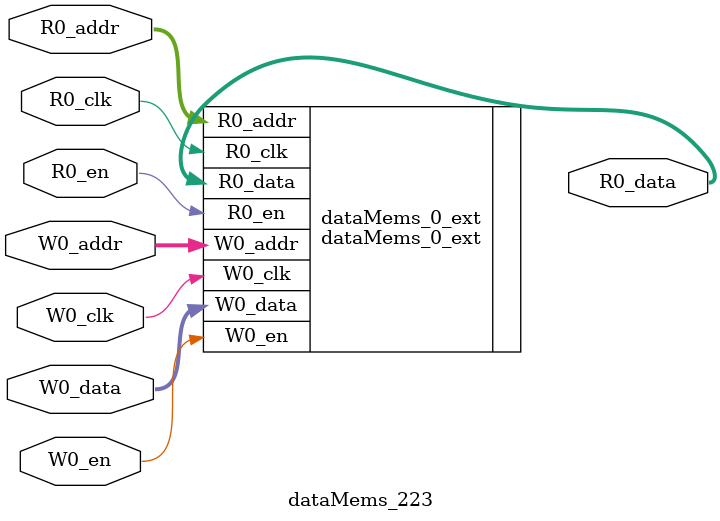
<source format=sv>
`ifndef RANDOMIZE
  `ifdef RANDOMIZE_REG_INIT
    `define RANDOMIZE
  `endif // RANDOMIZE_REG_INIT
`endif // not def RANDOMIZE
`ifndef RANDOMIZE
  `ifdef RANDOMIZE_MEM_INIT
    `define RANDOMIZE
  `endif // RANDOMIZE_MEM_INIT
`endif // not def RANDOMIZE

`ifndef RANDOM
  `define RANDOM $random
`endif // not def RANDOM

// Users can define 'PRINTF_COND' to add an extra gate to prints.
`ifndef PRINTF_COND_
  `ifdef PRINTF_COND
    `define PRINTF_COND_ (`PRINTF_COND)
  `else  // PRINTF_COND
    `define PRINTF_COND_ 1
  `endif // PRINTF_COND
`endif // not def PRINTF_COND_

// Users can define 'ASSERT_VERBOSE_COND' to add an extra gate to assert error printing.
`ifndef ASSERT_VERBOSE_COND_
  `ifdef ASSERT_VERBOSE_COND
    `define ASSERT_VERBOSE_COND_ (`ASSERT_VERBOSE_COND)
  `else  // ASSERT_VERBOSE_COND
    `define ASSERT_VERBOSE_COND_ 1
  `endif // ASSERT_VERBOSE_COND
`endif // not def ASSERT_VERBOSE_COND_

// Users can define 'STOP_COND' to add an extra gate to stop conditions.
`ifndef STOP_COND_
  `ifdef STOP_COND
    `define STOP_COND_ (`STOP_COND)
  `else  // STOP_COND
    `define STOP_COND_ 1
  `endif // STOP_COND
`endif // not def STOP_COND_

// Users can define INIT_RANDOM as general code that gets injected into the
// initializer block for modules with registers.
`ifndef INIT_RANDOM
  `define INIT_RANDOM
`endif // not def INIT_RANDOM

// If using random initialization, you can also define RANDOMIZE_DELAY to
// customize the delay used, otherwise 0.002 is used.
`ifndef RANDOMIZE_DELAY
  `define RANDOMIZE_DELAY 0.002
`endif // not def RANDOMIZE_DELAY

// Define INIT_RANDOM_PROLOG_ for use in our modules below.
`ifndef INIT_RANDOM_PROLOG_
  `ifdef RANDOMIZE
    `ifdef VERILATOR
      `define INIT_RANDOM_PROLOG_ `INIT_RANDOM
    `else  // VERILATOR
      `define INIT_RANDOM_PROLOG_ `INIT_RANDOM #`RANDOMIZE_DELAY begin end
    `endif // VERILATOR
  `else  // RANDOMIZE
    `define INIT_RANDOM_PROLOG_
  `endif // RANDOMIZE
`endif // not def INIT_RANDOM_PROLOG_

// Include register initializers in init blocks unless synthesis is set
`ifndef SYNTHESIS
  `ifndef ENABLE_INITIAL_REG_
    `define ENABLE_INITIAL_REG_
  `endif // not def ENABLE_INITIAL_REG_
`endif // not def SYNTHESIS

// Include rmemory initializers in init blocks unless synthesis is set
`ifndef SYNTHESIS
  `ifndef ENABLE_INITIAL_MEM_
    `define ENABLE_INITIAL_MEM_
  `endif // not def ENABLE_INITIAL_MEM_
`endif // not def SYNTHESIS

module dataMems_223(	// @[generators/ara/src/main/scala/UnsafeAXI4ToTL.scala:365:62]
  input  [4:0]   R0_addr,
  input          R0_en,
  input          R0_clk,
  output [130:0] R0_data,
  input  [4:0]   W0_addr,
  input          W0_en,
  input          W0_clk,
  input  [130:0] W0_data
);

  dataMems_0_ext dataMems_0_ext (	// @[generators/ara/src/main/scala/UnsafeAXI4ToTL.scala:365:62]
    .R0_addr (R0_addr),
    .R0_en   (R0_en),
    .R0_clk  (R0_clk),
    .R0_data (R0_data),
    .W0_addr (W0_addr),
    .W0_en   (W0_en),
    .W0_clk  (W0_clk),
    .W0_data (W0_data)
  );
endmodule


</source>
